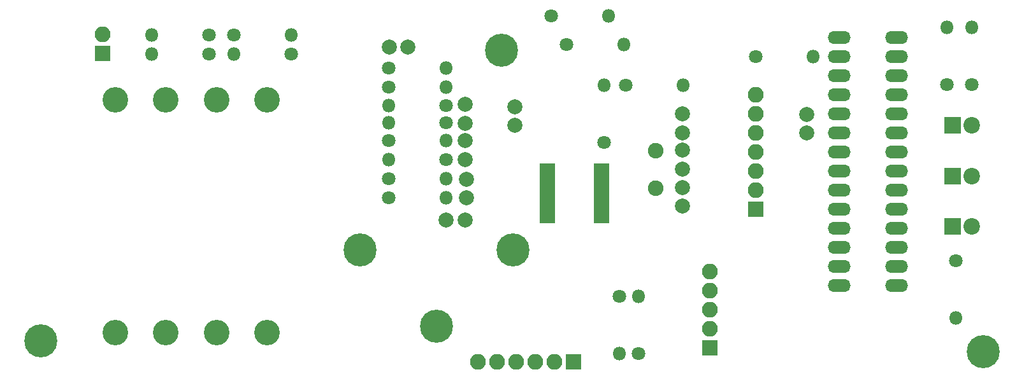
<source format=gbs>
G04 #@! TF.GenerationSoftware,KiCad,Pcbnew,(5.0.0)*
G04 #@! TF.CreationDate,2019-03-14T19:33:34-04:00*
G04 #@! TF.ProjectId,Power Sense 3.0,506F7765722053656E736520332E302E,rev?*
G04 #@! TF.SameCoordinates,Original*
G04 #@! TF.FileFunction,Soldermask,Bot*
G04 #@! TF.FilePolarity,Negative*
%FSLAX46Y46*%
G04 Gerber Fmt 4.6, Leading zero omitted, Abs format (unit mm)*
G04 Created by KiCad (PCBNEW (5.0.0)) date 03/14/19 19:33:34*
%MOMM*%
%LPD*%
G01*
G04 APERTURE LIST*
%ADD10C,4.400000*%
%ADD11C,3.400000*%
%ADD12C,2.000000*%
%ADD13R,2.200000X2.200000*%
%ADD14C,2.200000*%
%ADD15R,2.076400X0.831800*%
%ADD16R,2.100000X2.100000*%
%ADD17O,2.100000X2.100000*%
%ADD18C,1.800000*%
%ADD19O,1.800000X1.800000*%
%ADD20O,3.041600X1.720800*%
%ADD21C,2.076400*%
G04 APERTURE END LIST*
D10*
G04 #@! TO.C,REF\002A\002A*
X68453000Y-97790000D03*
G04 #@! TD*
D11*
G04 #@! TO.C,T2*
X98488500Y-65659000D03*
X91757500Y-65659000D03*
X85026500Y-65659000D03*
X78295500Y-65659000D03*
X98488500Y-96647000D03*
X91757500Y-96647000D03*
X85026500Y-96647000D03*
X78295500Y-96647000D03*
G04 #@! TD*
D12*
G04 #@! TO.C,C1*
X124968000Y-78740000D03*
X124968000Y-76240000D03*
G04 #@! TD*
G04 #@! TO.C,C2*
X124841000Y-71120000D03*
X124841000Y-73620000D03*
G04 #@! TD*
G04 #@! TO.C,C3*
X124841000Y-68794000D03*
X124841000Y-66294000D03*
G04 #@! TD*
G04 #@! TO.C,C4*
X117221000Y-58674000D03*
X114721000Y-58674000D03*
G04 #@! TD*
G04 #@! TO.C,C5*
X131445000Y-66588000D03*
X131445000Y-69088000D03*
G04 #@! TD*
G04 #@! TO.C,C6*
X122301000Y-81661000D03*
X124801000Y-81661000D03*
G04 #@! TD*
G04 #@! TO.C,C7*
X153670000Y-67564000D03*
X153670000Y-70064000D03*
G04 #@! TD*
G04 #@! TO.C,C8*
X153670000Y-77343000D03*
X153670000Y-79843000D03*
G04 #@! TD*
G04 #@! TO.C,C9*
X153670000Y-72390000D03*
X153670000Y-74890000D03*
G04 #@! TD*
G04 #@! TO.C,C10*
X170180000Y-70104000D03*
X170180000Y-67604000D03*
G04 #@! TD*
D13*
G04 #@! TO.C,D1*
X189611000Y-82550000D03*
D14*
X192151000Y-82550000D03*
G04 #@! TD*
D13*
G04 #@! TO.C,D2*
X189611000Y-69088000D03*
D14*
X192151000Y-69088000D03*
G04 #@! TD*
D13*
G04 #@! TO.C,D3*
X189611000Y-75819000D03*
D14*
X192151000Y-75819000D03*
G04 #@! TD*
D15*
G04 #@! TO.C,IC1*
X135699500Y-81679999D03*
X135699500Y-81030000D03*
X135699500Y-80380002D03*
X135699500Y-79730001D03*
X135699500Y-79080002D03*
X135699500Y-78430001D03*
X135699500Y-77780002D03*
X135699500Y-77130001D03*
X135699500Y-76480002D03*
X135699500Y-75830001D03*
X135699500Y-75180002D03*
X135699500Y-74530001D03*
X142938500Y-74530001D03*
X142938500Y-75180000D03*
X142938500Y-75830001D03*
X142938500Y-76479999D03*
X142938500Y-77130001D03*
X142938500Y-77779999D03*
X142938500Y-78429998D03*
X142938500Y-79079999D03*
X142938500Y-79729998D03*
X142938500Y-80379999D03*
X142938500Y-81029998D03*
X142938500Y-81679999D03*
G04 #@! TD*
D16*
G04 #@! TO.C,J1*
X76657200Y-59512200D03*
D17*
X76657200Y-56972200D03*
G04 #@! TD*
D16*
G04 #@! TO.C,J2*
X157353000Y-98679000D03*
D17*
X157353000Y-96139000D03*
X157353000Y-93599000D03*
X157353000Y-91059000D03*
X157353000Y-88519000D03*
G04 #@! TD*
D18*
G04 #@! TO.C,R2*
X114681000Y-78740000D03*
D19*
X122301000Y-78740000D03*
G04 #@! TD*
D18*
G04 #@! TO.C,R3*
X122301000Y-73660000D03*
D19*
X114681000Y-73660000D03*
G04 #@! TD*
D18*
G04 #@! TO.C,R6*
X114681000Y-76200000D03*
D19*
X122301000Y-76200000D03*
G04 #@! TD*
D18*
G04 #@! TO.C,R7*
X114681000Y-71120000D03*
D19*
X122301000Y-71120000D03*
G04 #@! TD*
D18*
G04 #@! TO.C,R8*
X114681000Y-64008000D03*
D19*
X122301000Y-64008000D03*
G04 #@! TD*
D18*
G04 #@! TO.C,R9*
X114681000Y-61468000D03*
D19*
X122301000Y-61468000D03*
G04 #@! TD*
D18*
G04 #@! TO.C,R10*
X189992000Y-87122000D03*
D19*
X189992000Y-94742000D03*
G04 #@! TD*
D18*
G04 #@! TO.C,R11*
X145288000Y-91821000D03*
D19*
X145288000Y-99441000D03*
G04 #@! TD*
D18*
G04 #@! TO.C,R13*
X147828000Y-99441000D03*
D19*
X147828000Y-91821000D03*
G04 #@! TD*
D18*
G04 #@! TO.C,R14*
X146177000Y-63754000D03*
D19*
X153797000Y-63754000D03*
G04 #@! TD*
D18*
G04 #@! TO.C,R17*
X136271000Y-54483000D03*
D19*
X143891000Y-54483000D03*
G04 #@! TD*
D18*
G04 #@! TO.C,R18*
X138303000Y-58293000D03*
D19*
X145923000Y-58293000D03*
G04 #@! TD*
D18*
G04 #@! TO.C,R19*
X163449000Y-59944000D03*
D19*
X171069000Y-59944000D03*
G04 #@! TD*
D18*
G04 #@! TO.C,R21*
X143256000Y-71374000D03*
D19*
X143256000Y-63754000D03*
G04 #@! TD*
D18*
G04 #@! TO.C,R22*
X192151000Y-63627000D03*
D19*
X192151000Y-56007000D03*
G04 #@! TD*
D18*
G04 #@! TO.C,R23*
X188849000Y-63627000D03*
D19*
X188849000Y-56007000D03*
G04 #@! TD*
D10*
G04 #@! TO.C,T1*
X120967500Y-95811500D03*
X110807500Y-85671500D03*
X131127500Y-85671500D03*
G04 #@! TD*
D20*
G04 #@! TO.C,U1*
X182118000Y-90424000D03*
X182118000Y-87884000D03*
X182118000Y-85344000D03*
X182118000Y-82804000D03*
X182118000Y-80264000D03*
X182118000Y-77724000D03*
X182118000Y-75184000D03*
X182118000Y-72644000D03*
X182118000Y-70104000D03*
X182118000Y-67564000D03*
X182118000Y-65024000D03*
X182118000Y-62484000D03*
X182118000Y-59944000D03*
X182118000Y-57404000D03*
X174498000Y-57404000D03*
X174498000Y-59944000D03*
X174498000Y-62484000D03*
X174498000Y-65024000D03*
X174498000Y-67564000D03*
X174498000Y-70104000D03*
X174498000Y-72644000D03*
X174498000Y-75184000D03*
X174498000Y-77724000D03*
X174498000Y-80264000D03*
X174498000Y-82804000D03*
X174498000Y-85344000D03*
X174498000Y-87884000D03*
X174498000Y-90424000D03*
G04 #@! TD*
D21*
G04 #@! TO.C,Y1*
X150114000Y-77430000D03*
X150114000Y-72430000D03*
G04 #@! TD*
D18*
G04 #@! TO.C,R12*
X122301000Y-66421000D03*
D19*
X114681000Y-66421000D03*
G04 #@! TD*
D18*
G04 #@! TO.C,R1*
X101727000Y-59563000D03*
D19*
X94107000Y-59563000D03*
G04 #@! TD*
D18*
G04 #@! TO.C,R4*
X94107000Y-57023000D03*
D19*
X101727000Y-57023000D03*
G04 #@! TD*
G04 #@! TO.C,R5*
X114681000Y-68707000D03*
D18*
X122301000Y-68707000D03*
G04 #@! TD*
D17*
G04 #@! TO.C,J4*
X126492000Y-100584000D03*
X129032000Y-100584000D03*
X131572000Y-100584000D03*
X134112000Y-100584000D03*
X136652000Y-100584000D03*
D16*
X139192000Y-100584000D03*
G04 #@! TD*
D18*
G04 #@! TO.C,R20*
X90805000Y-59563000D03*
D19*
X83185000Y-59563000D03*
G04 #@! TD*
G04 #@! TO.C,R24*
X83185000Y-57023000D03*
D18*
X90805000Y-57023000D03*
G04 #@! TD*
D16*
G04 #@! TO.C,J3*
X163449000Y-80264000D03*
D17*
X163449000Y-77724000D03*
X163449000Y-75184000D03*
X163449000Y-72644000D03*
X163449000Y-70104000D03*
X163449000Y-67564000D03*
X163449000Y-65024000D03*
G04 #@! TD*
D10*
G04 #@! TO.C,REF\002A\002A*
X193675000Y-99187000D03*
G04 #@! TD*
G04 #@! TO.C,REF\002A\002A*
X129667000Y-59055000D03*
G04 #@! TD*
M02*

</source>
